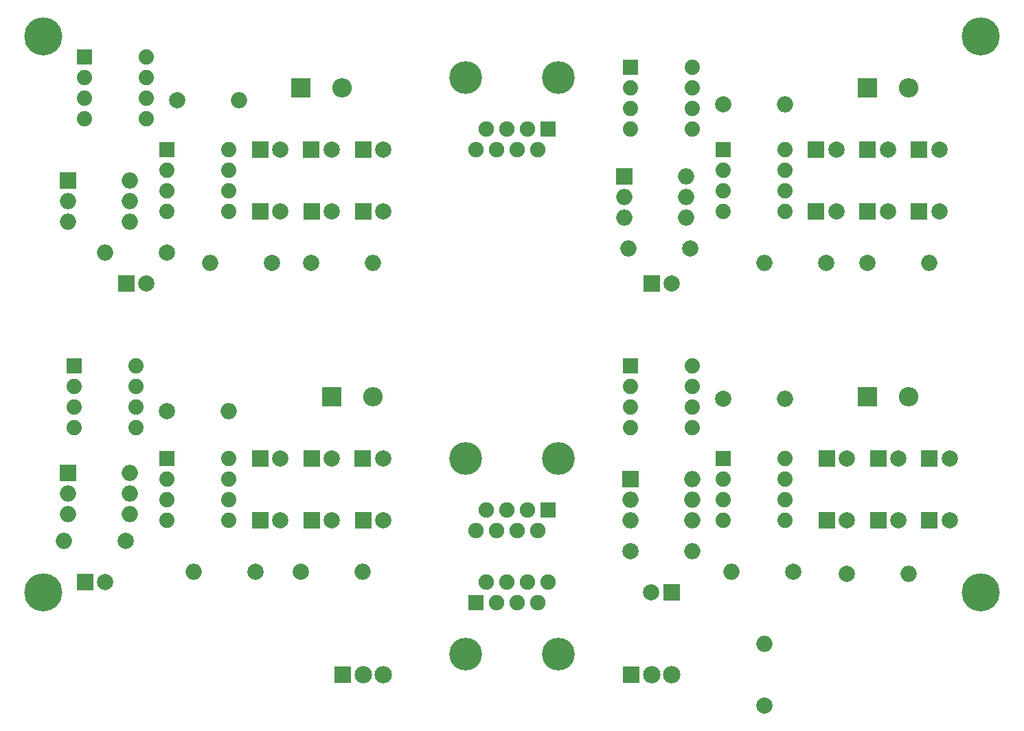
<source format=gbr>
G04 #@! TF.FileFunction,Soldermask,Bot*
%FSLAX46Y46*%
G04 Gerber Fmt 4.6, Leading zero omitted, Abs format (unit mm)*
G04 Created by KiCad (PCBNEW 4.0.7) date 01/04/18 11:13:10*
%MOMM*%
%LPD*%
G01*
G04 APERTURE LIST*
%ADD10C,0.100000*%
%ADD11R,2.150000X2.150000*%
%ADD12C,2.150000*%
%ADD13C,2.000000*%
%ADD14O,2.000000X2.000000*%
%ADD15R,2.000000X2.000000*%
%ADD16C,4.700000*%
%ADD17R,2.400000X2.400000*%
%ADD18O,2.400000X2.400000*%
%ADD19R,1.885900X1.885900*%
%ADD20C,1.885900*%
%ADD21C,4.050000*%
%ADD22R,1.900000X1.900000*%
%ADD23C,1.900000*%
G04 APERTURE END LIST*
D10*
D11*
X41990000Y6317436D03*
D12*
X44490000Y6317436D03*
X46990000Y6317436D03*
D11*
X77550000Y6350000D03*
D12*
X80050000Y6350000D03*
X82550000Y6350000D03*
D13*
X104140000Y18796000D03*
D14*
X111760000Y18796000D03*
D15*
X114300000Y33020000D03*
D13*
X116800000Y33020000D03*
D16*
X120650000Y16510000D03*
D15*
X107990000Y33020000D03*
D13*
X110490000Y33020000D03*
D15*
X107990000Y25400000D03*
D13*
X110490000Y25400000D03*
D15*
X114300000Y25400000D03*
D13*
X116800000Y25400000D03*
D17*
X106680000Y40640000D03*
D18*
X111760000Y40640000D03*
D15*
X77470000Y30480000D03*
D14*
X85090000Y25400000D03*
X77470000Y27940000D03*
X85090000Y27940000D03*
X77470000Y25400000D03*
X85090000Y30480000D03*
D13*
X77470000Y21590000D03*
D14*
X85090000Y21590000D03*
D19*
X77470000Y44450000D03*
D20*
X77470000Y41910000D03*
X77470000Y39370000D03*
X77470000Y36830000D03*
X85090000Y36830000D03*
X85090000Y39370000D03*
X85090000Y41910000D03*
X85090000Y44450000D03*
D15*
X82510000Y16510000D03*
D13*
X80010000Y16510000D03*
X88900000Y40386000D03*
D14*
X96520000Y40386000D03*
D19*
X88900000Y33020000D03*
D20*
X88900000Y30480000D03*
X88900000Y27940000D03*
X88900000Y25400000D03*
X96520000Y25400000D03*
X96520000Y27940000D03*
X96520000Y30480000D03*
X96520000Y33020000D03*
D15*
X101640000Y33020000D03*
D13*
X104140000Y33020000D03*
D15*
X101640000Y25400000D03*
D13*
X104140000Y25400000D03*
X97536000Y19050000D03*
D14*
X89916000Y19050000D03*
D21*
X68580000Y8890000D03*
X57150000Y8890000D03*
D22*
X58420000Y15240000D03*
D23*
X59690000Y17780000D03*
X60960000Y15240000D03*
X62230000Y17780000D03*
X63500000Y15240000D03*
X64770000Y17780000D03*
X66040000Y15240000D03*
X67310000Y17780000D03*
D21*
X57150000Y33020000D03*
X68580000Y33020000D03*
D22*
X67310000Y26670000D03*
D23*
X66040000Y24130000D03*
X64770000Y26670000D03*
X63500000Y24130000D03*
X62230000Y26670000D03*
X60960000Y24130000D03*
X59690000Y26670000D03*
X58420000Y24130000D03*
D21*
X57150000Y80010000D03*
X68580000Y80010000D03*
D22*
X67310000Y73660000D03*
D23*
X66040000Y71120000D03*
X64770000Y73660000D03*
X63500000Y71120000D03*
X62230000Y73660000D03*
X60960000Y71120000D03*
X59690000Y73660000D03*
X58420000Y71120000D03*
D15*
X76708000Y67818000D03*
D14*
X84328000Y62738000D03*
X76708000Y65278000D03*
X84328000Y65278000D03*
X76708000Y62738000D03*
X84328000Y67818000D03*
D16*
X5080000Y16510000D03*
X120650000Y85090000D03*
D15*
X106680000Y71120000D03*
D13*
X109180000Y71120000D03*
D19*
X8890000Y44450000D03*
D20*
X8890000Y41910000D03*
X8890000Y39370000D03*
X8890000Y36830000D03*
X16510000Y36830000D03*
X16510000Y39370000D03*
X16510000Y41910000D03*
X16510000Y44450000D03*
D19*
X77470000Y81280000D03*
D20*
X77470000Y78740000D03*
X77470000Y76200000D03*
X77470000Y73660000D03*
X85090000Y73660000D03*
X85090000Y76200000D03*
X85090000Y78740000D03*
X85090000Y81280000D03*
D19*
X20320000Y33020000D03*
D20*
X20320000Y30480000D03*
X20320000Y27940000D03*
X20320000Y25400000D03*
X27940000Y25400000D03*
X27940000Y27940000D03*
X27940000Y30480000D03*
X27940000Y33020000D03*
D19*
X88900000Y71120000D03*
D20*
X88900000Y68580000D03*
X88900000Y66040000D03*
X88900000Y63500000D03*
X96520000Y63500000D03*
X96520000Y66040000D03*
X96520000Y68580000D03*
X96520000Y71120000D03*
D19*
X20320000Y71120000D03*
D20*
X20320000Y68580000D03*
X20320000Y66040000D03*
X20320000Y63500000D03*
X27940000Y63500000D03*
X27940000Y66040000D03*
X27940000Y68580000D03*
X27940000Y71120000D03*
D19*
X10160000Y82550000D03*
D20*
X10160000Y80010000D03*
X10160000Y77470000D03*
X10160000Y74930000D03*
X17780000Y74930000D03*
X17780000Y77470000D03*
X17780000Y80010000D03*
X17780000Y82550000D03*
D15*
X31790000Y71120000D03*
D13*
X34290000Y71120000D03*
D15*
X38100000Y71120000D03*
D13*
X40600000Y71120000D03*
D15*
X31790000Y63500000D03*
D13*
X34290000Y63500000D03*
D15*
X38140000Y63500000D03*
D13*
X40640000Y63500000D03*
D15*
X31790000Y33020000D03*
D13*
X34290000Y33020000D03*
D15*
X38140000Y33020000D03*
D13*
X40640000Y33020000D03*
D15*
X31790000Y25400000D03*
D13*
X34290000Y25400000D03*
D15*
X38140000Y25400000D03*
D13*
X40640000Y25400000D03*
D15*
X100330000Y71120000D03*
D13*
X102830000Y71120000D03*
D15*
X100330000Y63500000D03*
D13*
X102830000Y63500000D03*
D15*
X106680000Y63500000D03*
D13*
X109180000Y63500000D03*
X93980000Y2540000D03*
D14*
X93980000Y10160000D03*
D13*
X20320000Y58420000D03*
D14*
X12700000Y58420000D03*
D13*
X15240000Y22860000D03*
D14*
X7620000Y22860000D03*
D16*
X5080000Y85090000D03*
D15*
X44490000Y63500000D03*
D13*
X46990000Y63500000D03*
D15*
X44490000Y71120000D03*
D13*
X46990000Y71120000D03*
D15*
X44490000Y25400000D03*
D13*
X46990000Y25400000D03*
D15*
X44450000Y33020000D03*
D13*
X46950000Y33020000D03*
D15*
X113030000Y63500000D03*
D13*
X115530000Y63500000D03*
D15*
X113030000Y71120000D03*
D13*
X115530000Y71120000D03*
X33274000Y57150000D03*
D14*
X25654000Y57150000D03*
D13*
X38100000Y57150000D03*
D14*
X45720000Y57150000D03*
D13*
X31242000Y19050000D03*
D14*
X23622000Y19050000D03*
D13*
X36830000Y19050000D03*
D14*
X44450000Y19050000D03*
D13*
X101600000Y57150000D03*
D14*
X93980000Y57150000D03*
D13*
X106680000Y57150000D03*
D14*
X114300000Y57150000D03*
D15*
X8128000Y67310000D03*
D14*
X15748000Y62230000D03*
X8128000Y64770000D03*
X15748000Y64770000D03*
X8128000Y62230000D03*
X15748000Y67310000D03*
D15*
X8128000Y31242000D03*
D14*
X15748000Y26162000D03*
X8128000Y28702000D03*
X15748000Y28702000D03*
X8128000Y26162000D03*
X15748000Y31242000D03*
D13*
X21590000Y77216000D03*
D14*
X29210000Y77216000D03*
D13*
X20320000Y38862000D03*
D14*
X27940000Y38862000D03*
D13*
X88900000Y76708000D03*
D14*
X96520000Y76708000D03*
D13*
X84836000Y58928000D03*
D14*
X77216000Y58928000D03*
D17*
X36830000Y78740000D03*
D18*
X41910000Y78740000D03*
D17*
X40640000Y40640000D03*
D18*
X45720000Y40640000D03*
D17*
X106680000Y78740000D03*
D18*
X111760000Y78740000D03*
D15*
X15280000Y54610000D03*
D13*
X17780000Y54610000D03*
D15*
X10200000Y17780000D03*
D13*
X12700000Y17780000D03*
D15*
X80050000Y54610000D03*
D13*
X82550000Y54610000D03*
M02*

</source>
